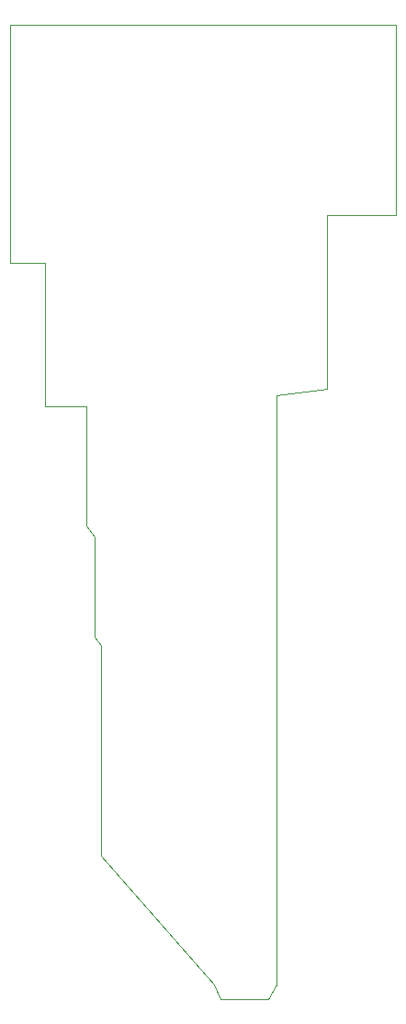
<source format=gbr>
G04 #@! TF.GenerationSoftware,KiCad,Pcbnew,5.1.5*
G04 #@! TF.CreationDate,2020-03-26T20:54:49-05:00*
G04 #@! TF.ProjectId,ADV7123,41445637-3132-4332-9e6b-696361645f70,rev?*
G04 #@! TF.SameCoordinates,Original*
G04 #@! TF.FileFunction,Profile,NP*
%FSLAX46Y46*%
G04 Gerber Fmt 4.6, Leading zero omitted, Abs format (unit mm)*
G04 Created by KiCad (PCBNEW 5.1.5) date 2020-03-26 20:54:49*
%MOMM*%
%LPD*%
G04 APERTURE LIST*
%ADD10C,0.050000*%
G04 APERTURE END LIST*
D10*
X129000000Y-62200000D02*
X125800000Y-62200000D01*
X129000000Y-63000000D02*
X129000000Y-62200000D01*
X155200000Y-57800000D02*
X155000000Y-57800000D01*
X161400000Y-57800000D02*
X155200000Y-57800000D01*
X161400000Y-56800000D02*
X161400000Y-57800000D01*
X161400000Y-40200000D02*
X161400000Y-56800000D01*
X125800000Y-40200000D02*
X161400000Y-40200000D01*
X125800000Y-62200000D02*
X125800000Y-40200000D01*
X129000000Y-75400000D02*
X129000000Y-63000000D01*
X132800000Y-75400000D02*
X129000000Y-75400000D01*
X132800000Y-86400000D02*
X132800000Y-75400000D01*
X133600000Y-87400000D02*
X132800000Y-86400000D01*
X133600000Y-96600000D02*
X133600000Y-87400000D01*
X134200000Y-97400000D02*
X133600000Y-96600000D01*
X134200000Y-100600000D02*
X134200000Y-97400000D01*
X134200000Y-116800000D02*
X134200000Y-100600000D01*
X144600000Y-128600000D02*
X134200000Y-116800000D01*
X145200000Y-130000000D02*
X144600000Y-128600000D01*
X149600000Y-130000000D02*
X145200000Y-130000000D01*
X150400000Y-128600000D02*
X149600000Y-130000000D01*
X150400000Y-74400000D02*
X150400000Y-128600000D01*
X155000000Y-73800000D02*
X150400000Y-74400000D01*
X155000000Y-57800000D02*
X155000000Y-73800000D01*
M02*

</source>
